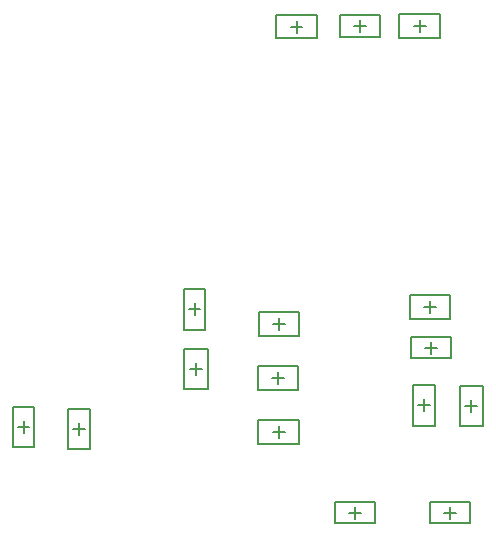
<source format=gbr>
%FSTAX23Y23*%
%MOIN*%
%SFA1B1*%

%IPPOS*%
%ADD13C,0.005905*%
%ADD17C,0.007874*%
%LNpcb1_top_courtyard-1*%
%LPD*%
G54D13*
X01283Y02366D02*
Y02444D01*
X01417*
Y02366D02*
Y02444D01*
X01283Y02366D02*
X01417D01*
X01629Y02371D02*
Y02442D01*
X01495Y02371D02*
X01629D01*
X01495D02*
Y02442D01*
X01629*
X01693Y02368D02*
Y02447D01*
X01827*
Y02368D02*
Y02447D01*
X01693Y02368D02*
X01827D01*
X01862Y0143D02*
Y01509D01*
X01728Y0143D02*
X01862D01*
X01728D02*
Y01509D01*
X01862*
X01223Y01015D02*
Y01094D01*
X01357*
Y01015D02*
Y01094D01*
X01223Y01015D02*
X01357D01*
X01225Y01375D02*
Y01454D01*
X01359*
Y01375D02*
Y01454D01*
X01225Y01375D02*
X01359D01*
X0122Y01194D02*
Y01273D01*
X01354*
Y01194D02*
Y01273D01*
X0122Y01194D02*
X01354D01*
X01895Y01208D02*
X01973D01*
Y01074D02*
Y01208D01*
X01895Y01074D02*
X01973D01*
X01895D02*
Y01208D01*
X00975Y01197D02*
X01054D01*
X00975D02*
Y01331D01*
X01054*
Y01197D02*
Y01331D01*
X00404Y01003D02*
X00475D01*
X00404D02*
Y01136D01*
X00475*
Y01003D02*
Y01136D01*
X01864Y01299D02*
Y0137D01*
X0173Y01299D02*
X01864D01*
X0173D02*
Y0137D01*
X01864*
X01739Y01209D02*
X0181D01*
Y01075D02*
Y01209D01*
X01739Y01075D02*
X0181D01*
X01739D02*
Y01209D01*
X00974Y01395D02*
X01045D01*
X00974D02*
Y01529D01*
X01045*
Y01395D02*
Y01529D01*
X00589Y00998D02*
X0066D01*
X00589D02*
Y01131D01*
X0066*
Y00998D02*
Y01131D01*
X01478Y00749D02*
Y0082D01*
X01611*
Y00749D02*
Y0082D01*
X01478Y00749D02*
X01611D01*
X01795D02*
Y0082D01*
X01929*
Y00749D02*
Y0082D01*
X01795Y00749D02*
X01929D01*
G54D17*
X0135Y02384D02*
Y02424D01*
X0133Y02404D02*
X01369D01*
X01542Y02407D02*
X01582D01*
X01562Y02387D02*
Y02426D01*
X0176Y02387D02*
Y02426D01*
X01741Y02407D02*
X0178D01*
X01795Y01451D02*
Y0149D01*
X01775Y0147D02*
X01815D01*
X0129Y01034D02*
Y01073D01*
X0127Y01054D02*
X0131D01*
X01292Y01394D02*
Y01433D01*
X01272Y01414D02*
X01311D01*
X01287Y01213D02*
Y01252D01*
X01268Y01233D02*
X01307D01*
X01913Y01141D02*
X01953D01*
X01933Y01121D02*
Y0116D01*
X00996Y01264D02*
X01035D01*
X01015Y01244D02*
Y01284D01*
X0044Y0105D02*
Y01089D01*
X0042Y0107D02*
X00459D01*
X01777Y01335D02*
X01817D01*
X01797Y01315D02*
Y01354D01*
X01775Y01122D02*
Y01162D01*
X01755Y01142D02*
X01794D01*
X0101Y01442D02*
Y01482D01*
X0099Y01462D02*
X01029D01*
X00625Y01045D02*
Y01084D01*
X00605Y01065D02*
X00644D01*
X01525Y00785D02*
X01564D01*
X01545Y00765D02*
Y00804D01*
X01842Y00785D02*
X01882D01*
X01862Y00765D02*
Y00804D01*
M02*
</source>
